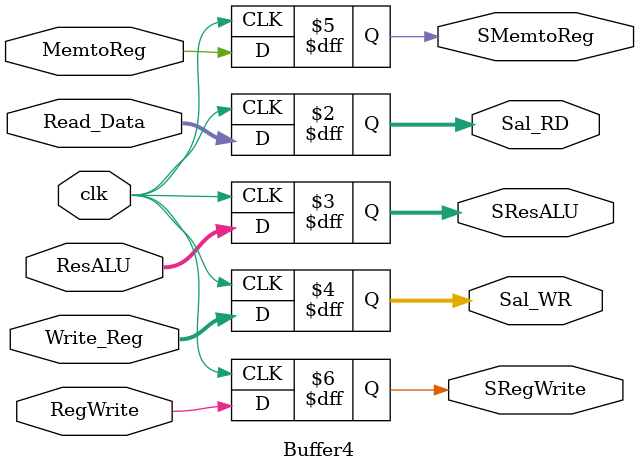
<source format=v>

module Buffer4(
	input [31:0]Read_Data,ResALU,
	input[4:0]Write_Reg,
	input MemtoReg,RegWrite,
	input clk,
	output reg[31:0]Sal_RD, SResALU,
	output reg[4:0]Sal_WR,
	output reg SMemtoReg,SRegWrite
);

always @(posedge clk)
	begin
		Sal_RD = Read_Data;
	   SResALU = ResALU;
		Sal_WR = Write_Reg;
		
		SMemtoReg = MemtoReg;
		SRegWrite = RegWrite;
	end

endmodule 
</source>
